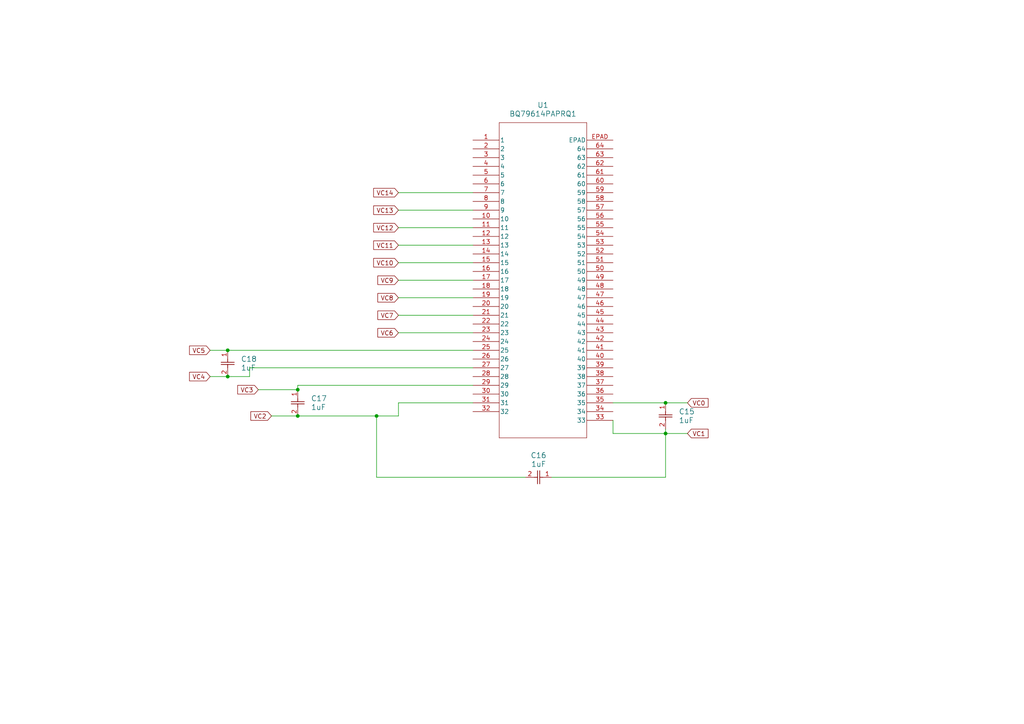
<source format=kicad_sch>
(kicad_sch
	(version 20231120)
	(generator "eeschema")
	(generator_version "8.0")
	(uuid "0a7b1266-c981-4611-9262-7be1f3620b40")
	(paper "A4")
	(lib_symbols
		(symbol "2024-09-23_21-40-18:BQ79614PAPRQ1"
			(pin_names
				(offset 0.254)
			)
			(exclude_from_sim no)
			(in_bom yes)
			(on_board yes)
			(property "Reference" "U"
				(at 20.32 10.16 0)
				(effects
					(font
						(size 1.524 1.524)
					)
				)
			)
			(property "Value" "BQ79614PAPRQ1"
				(at 20.32 7.62 0)
				(effects
					(font
						(size 1.524 1.524)
					)
				)
			)
			(property "Footprint" "QFP_4PAPRQ1_TEX"
				(at 0 0 0)
				(effects
					(font
						(size 1.27 1.27)
						(italic yes)
					)
					(hide yes)
				)
			)
			(property "Datasheet" "BQ79614PAPRQ1"
				(at 0 0 0)
				(effects
					(font
						(size 1.27 1.27)
						(italic yes)
					)
					(hide yes)
				)
			)
			(property "Description" ""
				(at 0 0 0)
				(effects
					(font
						(size 1.27 1.27)
					)
					(hide yes)
				)
			)
			(property "ki_locked" ""
				(at 0 0 0)
				(effects
					(font
						(size 1.27 1.27)
					)
				)
			)
			(property "ki_keywords" "BQ79614PAPRQ1"
				(at 0 0 0)
				(effects
					(font
						(size 1.27 1.27)
					)
					(hide yes)
				)
			)
			(property "ki_fp_filters" "QFP_4PAPRQ1_TEX QFP_4PAPRQ1_TEX-M QFP_4PAPRQ1_TEX-L"
				(at 0 0 0)
				(effects
					(font
						(size 1.27 1.27)
					)
					(hide yes)
				)
			)
			(symbol "BQ79614PAPRQ1_0_1"
				(polyline
					(pts
						(xy 7.62 -86.36) (xy 33.02 -86.36)
					)
					(stroke
						(width 0.127)
						(type default)
					)
					(fill
						(type none)
					)
				)
				(polyline
					(pts
						(xy 7.62 5.08) (xy 7.62 -86.36)
					)
					(stroke
						(width 0.127)
						(type default)
					)
					(fill
						(type none)
					)
				)
				(polyline
					(pts
						(xy 33.02 -86.36) (xy 33.02 5.08)
					)
					(stroke
						(width 0.127)
						(type default)
					)
					(fill
						(type none)
					)
				)
				(polyline
					(pts
						(xy 33.02 5.08) (xy 7.62 5.08)
					)
					(stroke
						(width 0.127)
						(type default)
					)
					(fill
						(type none)
					)
				)
				(pin unspecified line
					(at 0 0 0)
					(length 7.62)
					(name "1"
						(effects
							(font
								(size 1.27 1.27)
							)
						)
					)
					(number "1"
						(effects
							(font
								(size 1.27 1.27)
							)
						)
					)
				)
				(pin unspecified line
					(at 0 -22.86 0)
					(length 7.62)
					(name "10"
						(effects
							(font
								(size 1.27 1.27)
							)
						)
					)
					(number "10"
						(effects
							(font
								(size 1.27 1.27)
							)
						)
					)
				)
				(pin unspecified line
					(at 0 -25.4 0)
					(length 7.62)
					(name "11"
						(effects
							(font
								(size 1.27 1.27)
							)
						)
					)
					(number "11"
						(effects
							(font
								(size 1.27 1.27)
							)
						)
					)
				)
				(pin unspecified line
					(at 0 -27.94 0)
					(length 7.62)
					(name "12"
						(effects
							(font
								(size 1.27 1.27)
							)
						)
					)
					(number "12"
						(effects
							(font
								(size 1.27 1.27)
							)
						)
					)
				)
				(pin unspecified line
					(at 0 -30.48 0)
					(length 7.62)
					(name "13"
						(effects
							(font
								(size 1.27 1.27)
							)
						)
					)
					(number "13"
						(effects
							(font
								(size 1.27 1.27)
							)
						)
					)
				)
				(pin unspecified line
					(at 0 -33.02 0)
					(length 7.62)
					(name "14"
						(effects
							(font
								(size 1.27 1.27)
							)
						)
					)
					(number "14"
						(effects
							(font
								(size 1.27 1.27)
							)
						)
					)
				)
				(pin unspecified line
					(at 0 -35.56 0)
					(length 7.62)
					(name "15"
						(effects
							(font
								(size 1.27 1.27)
							)
						)
					)
					(number "15"
						(effects
							(font
								(size 1.27 1.27)
							)
						)
					)
				)
				(pin unspecified line
					(at 0 -38.1 0)
					(length 7.62)
					(name "16"
						(effects
							(font
								(size 1.27 1.27)
							)
						)
					)
					(number "16"
						(effects
							(font
								(size 1.27 1.27)
							)
						)
					)
				)
				(pin unspecified line
					(at 0 -40.64 0)
					(length 7.62)
					(name "17"
						(effects
							(font
								(size 1.27 1.27)
							)
						)
					)
					(number "17"
						(effects
							(font
								(size 1.27 1.27)
							)
						)
					)
				)
				(pin unspecified line
					(at 0 -43.18 0)
					(length 7.62)
					(name "18"
						(effects
							(font
								(size 1.27 1.27)
							)
						)
					)
					(number "18"
						(effects
							(font
								(size 1.27 1.27)
							)
						)
					)
				)
				(pin unspecified line
					(at 0 -45.72 0)
					(length 7.62)
					(name "19"
						(effects
							(font
								(size 1.27 1.27)
							)
						)
					)
					(number "19"
						(effects
							(font
								(size 1.27 1.27)
							)
						)
					)
				)
				(pin unspecified line
					(at 0 -2.54 0)
					(length 7.62)
					(name "2"
						(effects
							(font
								(size 1.27 1.27)
							)
						)
					)
					(number "2"
						(effects
							(font
								(size 1.27 1.27)
							)
						)
					)
				)
				(pin unspecified line
					(at 0 -48.26 0)
					(length 7.62)
					(name "20"
						(effects
							(font
								(size 1.27 1.27)
							)
						)
					)
					(number "20"
						(effects
							(font
								(size 1.27 1.27)
							)
						)
					)
				)
				(pin unspecified line
					(at 0 -50.8 0)
					(length 7.62)
					(name "21"
						(effects
							(font
								(size 1.27 1.27)
							)
						)
					)
					(number "21"
						(effects
							(font
								(size 1.27 1.27)
							)
						)
					)
				)
				(pin unspecified line
					(at 0 -53.34 0)
					(length 7.62)
					(name "22"
						(effects
							(font
								(size 1.27 1.27)
							)
						)
					)
					(number "22"
						(effects
							(font
								(size 1.27 1.27)
							)
						)
					)
				)
				(pin unspecified line
					(at 0 -55.88 0)
					(length 7.62)
					(name "23"
						(effects
							(font
								(size 1.27 1.27)
							)
						)
					)
					(number "23"
						(effects
							(font
								(size 1.27 1.27)
							)
						)
					)
				)
				(pin unspecified line
					(at 0 -58.42 0)
					(length 7.62)
					(name "24"
						(effects
							(font
								(size 1.27 1.27)
							)
						)
					)
					(number "24"
						(effects
							(font
								(size 1.27 1.27)
							)
						)
					)
				)
				(pin unspecified line
					(at 0 -60.96 0)
					(length 7.62)
					(name "25"
						(effects
							(font
								(size 1.27 1.27)
							)
						)
					)
					(number "25"
						(effects
							(font
								(size 1.27 1.27)
							)
						)
					)
				)
				(pin unspecified line
					(at 0 -63.5 0)
					(length 7.62)
					(name "26"
						(effects
							(font
								(size 1.27 1.27)
							)
						)
					)
					(number "26"
						(effects
							(font
								(size 1.27 1.27)
							)
						)
					)
				)
				(pin unspecified line
					(at 0 -66.04 0)
					(length 7.62)
					(name "27"
						(effects
							(font
								(size 1.27 1.27)
							)
						)
					)
					(number "27"
						(effects
							(font
								(size 1.27 1.27)
							)
						)
					)
				)
				(pin unspecified line
					(at 0 -68.58 0)
					(length 7.62)
					(name "28"
						(effects
							(font
								(size 1.27 1.27)
							)
						)
					)
					(number "28"
						(effects
							(font
								(size 1.27 1.27)
							)
						)
					)
				)
				(pin unspecified line
					(at 0 -71.12 0)
					(length 7.62)
					(name "29"
						(effects
							(font
								(size 1.27 1.27)
							)
						)
					)
					(number "29"
						(effects
							(font
								(size 1.27 1.27)
							)
						)
					)
				)
				(pin unspecified line
					(at 0 -5.08 0)
					(length 7.62)
					(name "3"
						(effects
							(font
								(size 1.27 1.27)
							)
						)
					)
					(number "3"
						(effects
							(font
								(size 1.27 1.27)
							)
						)
					)
				)
				(pin unspecified line
					(at 0 -73.66 0)
					(length 7.62)
					(name "30"
						(effects
							(font
								(size 1.27 1.27)
							)
						)
					)
					(number "30"
						(effects
							(font
								(size 1.27 1.27)
							)
						)
					)
				)
				(pin unspecified line
					(at 0 -76.2 0)
					(length 7.62)
					(name "31"
						(effects
							(font
								(size 1.27 1.27)
							)
						)
					)
					(number "31"
						(effects
							(font
								(size 1.27 1.27)
							)
						)
					)
				)
				(pin unspecified line
					(at 0 -78.74 0)
					(length 7.62)
					(name "32"
						(effects
							(font
								(size 1.27 1.27)
							)
						)
					)
					(number "32"
						(effects
							(font
								(size 1.27 1.27)
							)
						)
					)
				)
				(pin unspecified line
					(at 40.64 -81.28 180)
					(length 7.62)
					(name "33"
						(effects
							(font
								(size 1.27 1.27)
							)
						)
					)
					(number "33"
						(effects
							(font
								(size 1.27 1.27)
							)
						)
					)
				)
				(pin unspecified line
					(at 40.64 -78.74 180)
					(length 7.62)
					(name "34"
						(effects
							(font
								(size 1.27 1.27)
							)
						)
					)
					(number "34"
						(effects
							(font
								(size 1.27 1.27)
							)
						)
					)
				)
				(pin unspecified line
					(at 40.64 -76.2 180)
					(length 7.62)
					(name "35"
						(effects
							(font
								(size 1.27 1.27)
							)
						)
					)
					(number "35"
						(effects
							(font
								(size 1.27 1.27)
							)
						)
					)
				)
				(pin unspecified line
					(at 40.64 -73.66 180)
					(length 7.62)
					(name "36"
						(effects
							(font
								(size 1.27 1.27)
							)
						)
					)
					(number "36"
						(effects
							(font
								(size 1.27 1.27)
							)
						)
					)
				)
				(pin unspecified line
					(at 40.64 -71.12 180)
					(length 7.62)
					(name "37"
						(effects
							(font
								(size 1.27 1.27)
							)
						)
					)
					(number "37"
						(effects
							(font
								(size 1.27 1.27)
							)
						)
					)
				)
				(pin unspecified line
					(at 40.64 -68.58 180)
					(length 7.62)
					(name "38"
						(effects
							(font
								(size 1.27 1.27)
							)
						)
					)
					(number "38"
						(effects
							(font
								(size 1.27 1.27)
							)
						)
					)
				)
				(pin unspecified line
					(at 40.64 -66.04 180)
					(length 7.62)
					(name "39"
						(effects
							(font
								(size 1.27 1.27)
							)
						)
					)
					(number "39"
						(effects
							(font
								(size 1.27 1.27)
							)
						)
					)
				)
				(pin unspecified line
					(at 0 -7.62 0)
					(length 7.62)
					(name "4"
						(effects
							(font
								(size 1.27 1.27)
							)
						)
					)
					(number "4"
						(effects
							(font
								(size 1.27 1.27)
							)
						)
					)
				)
				(pin unspecified line
					(at 40.64 -63.5 180)
					(length 7.62)
					(name "40"
						(effects
							(font
								(size 1.27 1.27)
							)
						)
					)
					(number "40"
						(effects
							(font
								(size 1.27 1.27)
							)
						)
					)
				)
				(pin unspecified line
					(at 40.64 -60.96 180)
					(length 7.62)
					(name "41"
						(effects
							(font
								(size 1.27 1.27)
							)
						)
					)
					(number "41"
						(effects
							(font
								(size 1.27 1.27)
							)
						)
					)
				)
				(pin unspecified line
					(at 40.64 -58.42 180)
					(length 7.62)
					(name "42"
						(effects
							(font
								(size 1.27 1.27)
							)
						)
					)
					(number "42"
						(effects
							(font
								(size 1.27 1.27)
							)
						)
					)
				)
				(pin unspecified line
					(at 40.64 -55.88 180)
					(length 7.62)
					(name "43"
						(effects
							(font
								(size 1.27 1.27)
							)
						)
					)
					(number "43"
						(effects
							(font
								(size 1.27 1.27)
							)
						)
					)
				)
				(pin unspecified line
					(at 40.64 -53.34 180)
					(length 7.62)
					(name "44"
						(effects
							(font
								(size 1.27 1.27)
							)
						)
					)
					(number "44"
						(effects
							(font
								(size 1.27 1.27)
							)
						)
					)
				)
				(pin unspecified line
					(at 40.64 -50.8 180)
					(length 7.62)
					(name "45"
						(effects
							(font
								(size 1.27 1.27)
							)
						)
					)
					(number "45"
						(effects
							(font
								(size 1.27 1.27)
							)
						)
					)
				)
				(pin unspecified line
					(at 40.64 -48.26 180)
					(length 7.62)
					(name "46"
						(effects
							(font
								(size 1.27 1.27)
							)
						)
					)
					(number "46"
						(effects
							(font
								(size 1.27 1.27)
							)
						)
					)
				)
				(pin unspecified line
					(at 40.64 -45.72 180)
					(length 7.62)
					(name "47"
						(effects
							(font
								(size 1.27 1.27)
							)
						)
					)
					(number "47"
						(effects
							(font
								(size 1.27 1.27)
							)
						)
					)
				)
				(pin unspecified line
					(at 40.64 -43.18 180)
					(length 7.62)
					(name "48"
						(effects
							(font
								(size 1.27 1.27)
							)
						)
					)
					(number "48"
						(effects
							(font
								(size 1.27 1.27)
							)
						)
					)
				)
				(pin unspecified line
					(at 40.64 -40.64 180)
					(length 7.62)
					(name "49"
						(effects
							(font
								(size 1.27 1.27)
							)
						)
					)
					(number "49"
						(effects
							(font
								(size 1.27 1.27)
							)
						)
					)
				)
				(pin unspecified line
					(at 0 -10.16 0)
					(length 7.62)
					(name "5"
						(effects
							(font
								(size 1.27 1.27)
							)
						)
					)
					(number "5"
						(effects
							(font
								(size 1.27 1.27)
							)
						)
					)
				)
				(pin unspecified line
					(at 40.64 -38.1 180)
					(length 7.62)
					(name "50"
						(effects
							(font
								(size 1.27 1.27)
							)
						)
					)
					(number "50"
						(effects
							(font
								(size 1.27 1.27)
							)
						)
					)
				)
				(pin unspecified line
					(at 40.64 -35.56 180)
					(length 7.62)
					(name "51"
						(effects
							(font
								(size 1.27 1.27)
							)
						)
					)
					(number "51"
						(effects
							(font
								(size 1.27 1.27)
							)
						)
					)
				)
				(pin unspecified line
					(at 40.64 -33.02 180)
					(length 7.62)
					(name "52"
						(effects
							(font
								(size 1.27 1.27)
							)
						)
					)
					(number "52"
						(effects
							(font
								(size 1.27 1.27)
							)
						)
					)
				)
				(pin unspecified line
					(at 40.64 -30.48 180)
					(length 7.62)
					(name "53"
						(effects
							(font
								(size 1.27 1.27)
							)
						)
					)
					(number "53"
						(effects
							(font
								(size 1.27 1.27)
							)
						)
					)
				)
				(pin unspecified line
					(at 40.64 -27.94 180)
					(length 7.62)
					(name "54"
						(effects
							(font
								(size 1.27 1.27)
							)
						)
					)
					(number "54"
						(effects
							(font
								(size 1.27 1.27)
							)
						)
					)
				)
				(pin unspecified line
					(at 40.64 -25.4 180)
					(length 7.62)
					(name "55"
						(effects
							(font
								(size 1.27 1.27)
							)
						)
					)
					(number "55"
						(effects
							(font
								(size 1.27 1.27)
							)
						)
					)
				)
				(pin unspecified line
					(at 40.64 -22.86 180)
					(length 7.62)
					(name "56"
						(effects
							(font
								(size 1.27 1.27)
							)
						)
					)
					(number "56"
						(effects
							(font
								(size 1.27 1.27)
							)
						)
					)
				)
				(pin unspecified line
					(at 40.64 -20.32 180)
					(length 7.62)
					(name "57"
						(effects
							(font
								(size 1.27 1.27)
							)
						)
					)
					(number "57"
						(effects
							(font
								(size 1.27 1.27)
							)
						)
					)
				)
				(pin unspecified line
					(at 40.64 -17.78 180)
					(length 7.62)
					(name "58"
						(effects
							(font
								(size 1.27 1.27)
							)
						)
					)
					(number "58"
						(effects
							(font
								(size 1.27 1.27)
							)
						)
					)
				)
				(pin unspecified line
					(at 40.64 -15.24 180)
					(length 7.62)
					(name "59"
						(effects
							(font
								(size 1.27 1.27)
							)
						)
					)
					(number "59"
						(effects
							(font
								(size 1.27 1.27)
							)
						)
					)
				)
				(pin unspecified line
					(at 0 -12.7 0)
					(length 7.62)
					(name "6"
						(effects
							(font
								(size 1.27 1.27)
							)
						)
					)
					(number "6"
						(effects
							(font
								(size 1.27 1.27)
							)
						)
					)
				)
				(pin unspecified line
					(at 40.64 -12.7 180)
					(length 7.62)
					(name "60"
						(effects
							(font
								(size 1.27 1.27)
							)
						)
					)
					(number "60"
						(effects
							(font
								(size 1.27 1.27)
							)
						)
					)
				)
				(pin unspecified line
					(at 40.64 -10.16 180)
					(length 7.62)
					(name "61"
						(effects
							(font
								(size 1.27 1.27)
							)
						)
					)
					(number "61"
						(effects
							(font
								(size 1.27 1.27)
							)
						)
					)
				)
				(pin unspecified line
					(at 40.64 -7.62 180)
					(length 7.62)
					(name "62"
						(effects
							(font
								(size 1.27 1.27)
							)
						)
					)
					(number "62"
						(effects
							(font
								(size 1.27 1.27)
							)
						)
					)
				)
				(pin unspecified line
					(at 40.64 -5.08 180)
					(length 7.62)
					(name "63"
						(effects
							(font
								(size 1.27 1.27)
							)
						)
					)
					(number "63"
						(effects
							(font
								(size 1.27 1.27)
							)
						)
					)
				)
				(pin unspecified line
					(at 40.64 -2.54 180)
					(length 7.62)
					(name "64"
						(effects
							(font
								(size 1.27 1.27)
							)
						)
					)
					(number "64"
						(effects
							(font
								(size 1.27 1.27)
							)
						)
					)
				)
				(pin unspecified line
					(at 0 -15.24 0)
					(length 7.62)
					(name "7"
						(effects
							(font
								(size 1.27 1.27)
							)
						)
					)
					(number "7"
						(effects
							(font
								(size 1.27 1.27)
							)
						)
					)
				)
				(pin unspecified line
					(at 0 -17.78 0)
					(length 7.62)
					(name "8"
						(effects
							(font
								(size 1.27 1.27)
							)
						)
					)
					(number "8"
						(effects
							(font
								(size 1.27 1.27)
							)
						)
					)
				)
				(pin unspecified line
					(at 0 -20.32 0)
					(length 7.62)
					(name "9"
						(effects
							(font
								(size 1.27 1.27)
							)
						)
					)
					(number "9"
						(effects
							(font
								(size 1.27 1.27)
							)
						)
					)
				)
				(pin unspecified line
					(at 40.64 0 180)
					(length 7.62)
					(name "EPAD"
						(effects
							(font
								(size 1.27 1.27)
							)
						)
					)
					(number "EPAD"
						(effects
							(font
								(size 1.27 1.27)
							)
						)
					)
				)
			)
		)
		(symbol "2024-10-01_14-56-27:CC0603KRX7R7BB105"
			(pin_names
				(offset 0.254)
			)
			(exclude_from_sim no)
			(in_bom yes)
			(on_board yes)
			(property "Reference" "C"
				(at 3.81 3.81 0)
				(effects
					(font
						(size 1.524 1.524)
					)
				)
			)
			(property "Value" "CC0603KRX7R7BB105"
				(at 3.81 -3.81 0)
				(effects
					(font
						(size 1.524 1.524)
					)
				)
			)
			(property "Footprint" "YAG_CC0603_YAG"
				(at 0 0 0)
				(effects
					(font
						(size 1.27 1.27)
						(italic yes)
					)
					(hide yes)
				)
			)
			(property "Datasheet" "CC0603KRX7R7BB105"
				(at 0 0 0)
				(effects
					(font
						(size 1.27 1.27)
						(italic yes)
					)
					(hide yes)
				)
			)
			(property "Description" ""
				(at 0 0 0)
				(effects
					(font
						(size 1.27 1.27)
					)
					(hide yes)
				)
			)
			(property "ki_locked" ""
				(at 0 0 0)
				(effects
					(font
						(size 1.27 1.27)
					)
				)
			)
			(property "ki_keywords" "CC0603KRX7R7BB105"
				(at 0 0 0)
				(effects
					(font
						(size 1.27 1.27)
					)
					(hide yes)
				)
			)
			(property "ki_fp_filters" "YAG_CC0603_YAG YAG_CC0603_YAG-M YAG_CC0603_YAG-L"
				(at 0 0 0)
				(effects
					(font
						(size 1.27 1.27)
					)
					(hide yes)
				)
			)
			(symbol "CC0603KRX7R7BB105_1_1"
				(polyline
					(pts
						(xy 2.54 0) (xy 3.4798 0)
					)
					(stroke
						(width 0.2032)
						(type default)
					)
					(fill
						(type none)
					)
				)
				(polyline
					(pts
						(xy 3.4798 -1.905) (xy 3.4798 1.905)
					)
					(stroke
						(width 0.2032)
						(type default)
					)
					(fill
						(type none)
					)
				)
				(polyline
					(pts
						(xy 4.1148 -1.905) (xy 4.1148 1.905)
					)
					(stroke
						(width 0.2032)
						(type default)
					)
					(fill
						(type none)
					)
				)
				(polyline
					(pts
						(xy 4.1148 0) (xy 5.08 0)
					)
					(stroke
						(width 0.2032)
						(type default)
					)
					(fill
						(type none)
					)
				)
				(pin unspecified line
					(at 0 0 0)
					(length 2.54)
					(name ""
						(effects
							(font
								(size 1.27 1.27)
							)
						)
					)
					(number "1"
						(effects
							(font
								(size 1.27 1.27)
							)
						)
					)
				)
				(pin unspecified line
					(at 7.62 0 180)
					(length 2.54)
					(name ""
						(effects
							(font
								(size 1.27 1.27)
							)
						)
					)
					(number "2"
						(effects
							(font
								(size 1.27 1.27)
							)
						)
					)
				)
			)
			(symbol "CC0603KRX7R7BB105_1_2"
				(polyline
					(pts
						(xy -1.905 -4.1148) (xy 1.905 -4.1148)
					)
					(stroke
						(width 0.2032)
						(type default)
					)
					(fill
						(type none)
					)
				)
				(polyline
					(pts
						(xy -1.905 -3.4798) (xy 1.905 -3.4798)
					)
					(stroke
						(width 0.2032)
						(type default)
					)
					(fill
						(type none)
					)
				)
				(polyline
					(pts
						(xy 0 -4.1148) (xy 0 -5.08)
					)
					(stroke
						(width 0.2032)
						(type default)
					)
					(fill
						(type none)
					)
				)
				(polyline
					(pts
						(xy 0 -2.54) (xy 0 -3.4798)
					)
					(stroke
						(width 0.2032)
						(type default)
					)
					(fill
						(type none)
					)
				)
				(pin unspecified line
					(at 0 0 270)
					(length 2.54)
					(name ""
						(effects
							(font
								(size 1.27 1.27)
							)
						)
					)
					(number "1"
						(effects
							(font
								(size 1.27 1.27)
							)
						)
					)
				)
				(pin unspecified line
					(at 0 -7.62 90)
					(length 2.54)
					(name ""
						(effects
							(font
								(size 1.27 1.27)
							)
						)
					)
					(number "2"
						(effects
							(font
								(size 1.27 1.27)
							)
						)
					)
				)
			)
		)
	)
	(junction
		(at 109.22 120.65)
		(diameter 0)
		(color 0 0 0 0)
		(uuid "035ec634-9f77-4bb3-92c5-164508af6da9")
	)
	(junction
		(at 86.36 113.03)
		(diameter 0)
		(color 0 0 0 0)
		(uuid "08ff3891-a210-4f09-b410-6bb1f6d8bd0c")
	)
	(junction
		(at 193.04 125.73)
		(diameter 0)
		(color 0 0 0 0)
		(uuid "2fa5f981-842f-4e1f-bb95-6b8f574ffd97")
	)
	(junction
		(at 66.04 109.22)
		(diameter 0)
		(color 0 0 0 0)
		(uuid "7d6f357a-d9be-46b4-aefe-3c3625af14e5")
	)
	(junction
		(at 66.04 101.6)
		(diameter 0)
		(color 0 0 0 0)
		(uuid "bd76dade-5110-462d-bf20-19f3f70e7066")
	)
	(junction
		(at 193.04 116.84)
		(diameter 0)
		(color 0 0 0 0)
		(uuid "d7cfefdc-5f34-4b01-8e7c-2418488fc54d")
	)
	(junction
		(at 86.36 120.65)
		(diameter 0)
		(color 0 0 0 0)
		(uuid "eb7d1500-50b7-4b65-b5a7-a2177b830614")
	)
	(wire
		(pts
			(xy 152.4 138.43) (xy 109.22 138.43)
		)
		(stroke
			(width 0)
			(type default)
		)
		(uuid "00b3bbe7-d54a-44d0-910c-3313dedde9f7")
	)
	(wire
		(pts
			(xy 115.57 55.88) (xy 137.16 55.88)
		)
		(stroke
			(width 0)
			(type default)
		)
		(uuid "00d6fb29-b783-4ae4-98f9-a2b27d2e89a5")
	)
	(wire
		(pts
			(xy 115.57 81.28) (xy 137.16 81.28)
		)
		(stroke
			(width 0)
			(type default)
		)
		(uuid "025ff703-82fc-4b6c-b7bb-0c57a9058cc1")
	)
	(wire
		(pts
			(xy 193.04 116.84) (xy 199.39 116.84)
		)
		(stroke
			(width 0)
			(type default)
		)
		(uuid "06773502-cf62-48b7-87e7-2cc60c83481b")
	)
	(wire
		(pts
			(xy 60.96 101.6) (xy 66.04 101.6)
		)
		(stroke
			(width 0)
			(type default)
		)
		(uuid "0e398cf4-931e-4418-8b81-7b06c0bdfe72")
	)
	(wire
		(pts
			(xy 78.74 120.65) (xy 86.36 120.65)
		)
		(stroke
			(width 0)
			(type default)
		)
		(uuid "128fc77d-e4d0-4e1a-8939-d80e3f18b6e7")
	)
	(wire
		(pts
			(xy 86.36 111.76) (xy 137.16 111.76)
		)
		(stroke
			(width 0)
			(type default)
		)
		(uuid "163e9704-6561-4075-9e02-28aa9e99c630")
	)
	(wire
		(pts
			(xy 177.8 121.92) (xy 177.8 125.73)
		)
		(stroke
			(width 0)
			(type default)
		)
		(uuid "2f4f8726-1e26-4e0f-a20a-a0ed70852189")
	)
	(wire
		(pts
			(xy 109.22 120.65) (xy 115.57 120.65)
		)
		(stroke
			(width 0)
			(type default)
		)
		(uuid "3199a190-4d3f-4c1e-802a-f44f9aa925b5")
	)
	(wire
		(pts
			(xy 86.36 120.65) (xy 109.22 120.65)
		)
		(stroke
			(width 0)
			(type default)
		)
		(uuid "41606870-af63-494a-931f-49be53f10539")
	)
	(wire
		(pts
			(xy 60.96 109.22) (xy 66.04 109.22)
		)
		(stroke
			(width 0)
			(type default)
		)
		(uuid "47d93ce5-c17d-415f-806a-8571f634e4c5")
	)
	(wire
		(pts
			(xy 115.57 96.52) (xy 137.16 96.52)
		)
		(stroke
			(width 0)
			(type default)
		)
		(uuid "492b08ba-d4cb-459d-afd5-a646b79e5a74")
	)
	(wire
		(pts
			(xy 115.57 91.44) (xy 137.16 91.44)
		)
		(stroke
			(width 0)
			(type default)
		)
		(uuid "4f0e625c-863a-43ed-bca8-67738ac81ed6")
	)
	(wire
		(pts
			(xy 115.57 120.65) (xy 115.57 116.84)
		)
		(stroke
			(width 0)
			(type default)
		)
		(uuid "5223b104-c648-4109-8a38-cd8184e56e55")
	)
	(wire
		(pts
			(xy 72.39 109.22) (xy 72.39 106.68)
		)
		(stroke
			(width 0)
			(type default)
		)
		(uuid "6ed2cf25-2812-4e07-b581-560d8930a41c")
	)
	(wire
		(pts
			(xy 160.02 138.43) (xy 193.04 138.43)
		)
		(stroke
			(width 0)
			(type default)
		)
		(uuid "77e376a4-8a94-450b-9fc9-c2dc3a8004ca")
	)
	(wire
		(pts
			(xy 109.22 138.43) (xy 109.22 120.65)
		)
		(stroke
			(width 0)
			(type default)
		)
		(uuid "839fe2fd-2539-4b96-baa2-d8e664641ccd")
	)
	(wire
		(pts
			(xy 66.04 101.6) (xy 137.16 101.6)
		)
		(stroke
			(width 0)
			(type default)
		)
		(uuid "848b7d4f-5e5c-4ed9-a249-0b2eb59a7ffe")
	)
	(wire
		(pts
			(xy 115.57 116.84) (xy 137.16 116.84)
		)
		(stroke
			(width 0)
			(type default)
		)
		(uuid "8766a259-cbde-457c-9f0b-d30958735379")
	)
	(wire
		(pts
			(xy 115.57 71.12) (xy 137.16 71.12)
		)
		(stroke
			(width 0)
			(type default)
		)
		(uuid "88b4c9c7-4641-4849-af59-20e834874558")
	)
	(wire
		(pts
			(xy 115.57 60.96) (xy 137.16 60.96)
		)
		(stroke
			(width 0)
			(type default)
		)
		(uuid "8d88b907-fe71-4bc6-9e4b-d0ce5b9e75e1")
	)
	(wire
		(pts
			(xy 177.8 125.73) (xy 193.04 125.73)
		)
		(stroke
			(width 0)
			(type default)
		)
		(uuid "90e59e89-f573-4359-bca2-7d47f1b6bc2a")
	)
	(wire
		(pts
			(xy 74.93 113.03) (xy 86.36 113.03)
		)
		(stroke
			(width 0)
			(type default)
		)
		(uuid "9d7af4da-57e3-4441-b292-51d6b08cc0f9")
	)
	(wire
		(pts
			(xy 66.04 109.22) (xy 72.39 109.22)
		)
		(stroke
			(width 0)
			(type default)
		)
		(uuid "a03bcd71-c4c0-4038-b885-2942ecface85")
	)
	(wire
		(pts
			(xy 115.57 66.04) (xy 137.16 66.04)
		)
		(stroke
			(width 0)
			(type default)
		)
		(uuid "b7a9aa3b-cc03-412c-ba2e-14d3485d9036")
	)
	(wire
		(pts
			(xy 115.57 86.36) (xy 137.16 86.36)
		)
		(stroke
			(width 0)
			(type default)
		)
		(uuid "b9579257-0358-4c29-a4f5-b53acc8e1059")
	)
	(wire
		(pts
			(xy 86.36 111.76) (xy 86.36 113.03)
		)
		(stroke
			(width 0)
			(type default)
		)
		(uuid "badca9cc-0bea-48f4-824e-a85066e28299")
	)
	(wire
		(pts
			(xy 193.04 125.73) (xy 199.39 125.73)
		)
		(stroke
			(width 0)
			(type default)
		)
		(uuid "c7f943af-03c8-4552-a5c7-7ec64039e105")
	)
	(wire
		(pts
			(xy 177.8 116.84) (xy 193.04 116.84)
		)
		(stroke
			(width 0)
			(type default)
		)
		(uuid "c926112b-a982-4547-9081-847c943f17bc")
	)
	(wire
		(pts
			(xy 193.04 124.46) (xy 193.04 125.73)
		)
		(stroke
			(width 0)
			(type default)
		)
		(uuid "d5854299-cb6c-4729-9712-351ed91cda59")
	)
	(wire
		(pts
			(xy 72.39 106.68) (xy 137.16 106.68)
		)
		(stroke
			(width 0)
			(type default)
		)
		(uuid "df59bf19-5a3c-4958-a3b1-252f053ce653")
	)
	(wire
		(pts
			(xy 193.04 138.43) (xy 193.04 125.73)
		)
		(stroke
			(width 0)
			(type default)
		)
		(uuid "f1f75af2-94a6-4b9b-9ca1-64e3fee16dfb")
	)
	(wire
		(pts
			(xy 115.57 76.2) (xy 137.16 76.2)
		)
		(stroke
			(width 0)
			(type default)
		)
		(uuid "f85021ac-4766-4941-b3b7-1b09d5a9a1c7")
	)
	(global_label "VC8"
		(shape input)
		(at 115.57 86.36 180)
		(fields_autoplaced yes)
		(effects
			(font
				(size 1.27 1.27)
			)
			(justify right)
		)
		(uuid "3938d8fd-71bb-4d3a-879b-358fcf05c0a8")
		(property "Intersheetrefs" "${INTERSHEET_REFS}"
			(at 109.0167 86.36 0)
			(effects
				(font
					(size 1.27 1.27)
				)
				(justify right)
				(hide yes)
			)
		)
	)
	(global_label "VC11"
		(shape input)
		(at 115.57 71.12 180)
		(fields_autoplaced yes)
		(effects
			(font
				(size 1.27 1.27)
			)
			(justify right)
		)
		(uuid "3cb9fb5f-0dc3-4018-a911-2e0e34b12d5a")
		(property "Intersheetrefs" "${INTERSHEET_REFS}"
			(at 107.8072 71.12 0)
			(effects
				(font
					(size 1.27 1.27)
				)
				(justify right)
				(hide yes)
			)
		)
	)
	(global_label "VC10"
		(shape input)
		(at 115.57 76.2 180)
		(fields_autoplaced yes)
		(effects
			(font
				(size 1.27 1.27)
			)
			(justify right)
		)
		(uuid "45f1ec01-b5cb-40a4-9698-41c354103301")
		(property "Intersheetrefs" "${INTERSHEET_REFS}"
			(at 107.8072 76.2 0)
			(effects
				(font
					(size 1.27 1.27)
				)
				(justify right)
				(hide yes)
			)
		)
	)
	(global_label "VC7"
		(shape input)
		(at 115.57 91.44 180)
		(fields_autoplaced yes)
		(effects
			(font
				(size 1.27 1.27)
			)
			(justify right)
		)
		(uuid "463876d1-27c9-4a6e-a124-e2c1291eb8a9")
		(property "Intersheetrefs" "${INTERSHEET_REFS}"
			(at 109.0167 91.44 0)
			(effects
				(font
					(size 1.27 1.27)
				)
				(justify right)
				(hide yes)
			)
		)
	)
	(global_label "VC0"
		(shape input)
		(at 199.39 116.84 0)
		(fields_autoplaced yes)
		(effects
			(font
				(size 1.27 1.27)
			)
			(justify left)
		)
		(uuid "49897cda-d37c-4105-be7c-1a76ae895ea1")
		(property "Intersheetrefs" "${INTERSHEET_REFS}"
			(at 205.9433 116.84 0)
			(effects
				(font
					(size 1.27 1.27)
				)
				(justify left)
				(hide yes)
			)
		)
	)
	(global_label "VC14"
		(shape input)
		(at 115.57 55.88 180)
		(fields_autoplaced yes)
		(effects
			(font
				(size 1.27 1.27)
			)
			(justify right)
		)
		(uuid "5031cd3f-bc41-4918-935c-c1b42b7fd0c9")
		(property "Intersheetrefs" "${INTERSHEET_REFS}"
			(at 107.8072 55.88 0)
			(effects
				(font
					(size 1.27 1.27)
				)
				(justify right)
				(hide yes)
			)
		)
	)
	(global_label "VC13"
		(shape input)
		(at 115.57 60.96 180)
		(fields_autoplaced yes)
		(effects
			(font
				(size 1.27 1.27)
			)
			(justify right)
		)
		(uuid "5ffe007a-17cd-42e0-a19f-e1198c3cb1ab")
		(property "Intersheetrefs" "${INTERSHEET_REFS}"
			(at 107.8072 60.96 0)
			(effects
				(font
					(size 1.27 1.27)
				)
				(justify right)
				(hide yes)
			)
		)
	)
	(global_label "VC1"
		(shape input)
		(at 199.39 125.73 0)
		(fields_autoplaced yes)
		(effects
			(font
				(size 1.27 1.27)
			)
			(justify left)
		)
		(uuid "815f3433-076e-4d2b-ae52-293c21ae172d")
		(property "Intersheetrefs" "${INTERSHEET_REFS}"
			(at 205.9433 125.73 0)
			(effects
				(font
					(size 1.27 1.27)
				)
				(justify left)
				(hide yes)
			)
		)
	)
	(global_label "VC12"
		(shape input)
		(at 115.57 66.04 180)
		(fields_autoplaced yes)
		(effects
			(font
				(size 1.27 1.27)
			)
			(justify right)
		)
		(uuid "81da0aa9-4e54-497d-a265-fe18619d0750")
		(property "Intersheetrefs" "${INTERSHEET_REFS}"
			(at 107.8072 66.04 0)
			(effects
				(font
					(size 1.27 1.27)
				)
				(justify right)
				(hide yes)
			)
		)
	)
	(global_label "VC5"
		(shape input)
		(at 60.96 101.6 180)
		(fields_autoplaced yes)
		(effects
			(font
				(size 1.27 1.27)
			)
			(justify right)
		)
		(uuid "9a493642-d1a1-4812-a67b-9a3a9d5b288e")
		(property "Intersheetrefs" "${INTERSHEET_REFS}"
			(at 54.4067 101.6 0)
			(effects
				(font
					(size 1.27 1.27)
				)
				(justify right)
				(hide yes)
			)
		)
	)
	(global_label "VC3"
		(shape input)
		(at 74.93 113.03 180)
		(fields_autoplaced yes)
		(effects
			(font
				(size 1.27 1.27)
			)
			(justify right)
		)
		(uuid "add75b9d-b0e1-439c-a79c-4c34f1c39648")
		(property "Intersheetrefs" "${INTERSHEET_REFS}"
			(at 68.3767 113.03 0)
			(effects
				(font
					(size 1.27 1.27)
				)
				(justify right)
				(hide yes)
			)
		)
	)
	(global_label "VC6"
		(shape input)
		(at 115.57 96.52 180)
		(fields_autoplaced yes)
		(effects
			(font
				(size 1.27 1.27)
			)
			(justify right)
		)
		(uuid "d23d8946-0c94-40d8-9112-ebfb22f50c09")
		(property "Intersheetrefs" "${INTERSHEET_REFS}"
			(at 109.0167 96.52 0)
			(effects
				(font
					(size 1.27 1.27)
				)
				(justify right)
				(hide yes)
			)
		)
	)
	(global_label "VC2"
		(shape input)
		(at 78.74 120.65 180)
		(fields_autoplaced yes)
		(effects
			(font
				(size 1.27 1.27)
			)
			(justify right)
		)
		(uuid "e2a338c8-6333-46d5-834a-634eb525b60b")
		(property "Intersheetrefs" "${INTERSHEET_REFS}"
			(at 72.1867 120.65 0)
			(effects
				(font
					(size 1.27 1.27)
				)
				(justify right)
				(hide yes)
			)
		)
	)
	(global_label "VC4"
		(shape input)
		(at 60.96 109.22 180)
		(fields_autoplaced yes)
		(effects
			(font
				(size 1.27 1.27)
			)
			(justify right)
		)
		(uuid "ed565351-9f13-4921-adc0-76f39730690c")
		(property "Intersheetrefs" "${INTERSHEET_REFS}"
			(at 54.4067 109.22 0)
			(effects
				(font
					(size 1.27 1.27)
				)
				(justify right)
				(hide yes)
			)
		)
	)
	(global_label "VC9"
		(shape input)
		(at 115.57 81.28 180)
		(fields_autoplaced yes)
		(effects
			(font
				(size 1.27 1.27)
			)
			(justify right)
		)
		(uuid "f7789031-5860-4ca1-901b-d2af9a5452d7")
		(property "Intersheetrefs" "${INTERSHEET_REFS}"
			(at 109.0167 81.28 0)
			(effects
				(font
					(size 1.27 1.27)
				)
				(justify right)
				(hide yes)
			)
		)
	)
	(symbol
		(lib_id "2024-10-01_14-56-27:CC0603KRX7R7BB105")
		(at 160.02 138.43 180)
		(unit 1)
		(exclude_from_sim no)
		(in_bom yes)
		(on_board yes)
		(dnp no)
		(fields_autoplaced yes)
		(uuid "30888d9a-a5e3-4a87-aa95-28725d620707")
		(property "Reference" "C16"
			(at 156.21 132.08 0)
			(effects
				(font
					(size 1.524 1.524)
				)
			)
		)
		(property "Value" "1uF"
			(at 156.21 134.62 0)
			(effects
				(font
					(size 1.524 1.524)
				)
			)
		)
		(property "Footprint" "YAG_CC0603_YAG"
			(at 160.02 138.43 0)
			(effects
				(font
					(size 1.27 1.27)
					(italic yes)
				)
				(hide yes)
			)
		)
		(property "Datasheet" "CC0603KRX7R7BB105"
			(at 160.02 138.43 0)
			(effects
				(font
					(size 1.27 1.27)
					(italic yes)
				)
				(hide yes)
			)
		)
		(property "Description" ""
			(at 160.02 138.43 0)
			(effects
				(font
					(size 1.27 1.27)
				)
				(hide yes)
			)
		)
		(pin "2"
			(uuid "47170e61-ca5b-420c-9ef4-3b3909f9e9cd")
		)
		(pin "1"
			(uuid "1dfb6d28-4a8c-42a2-8c22-3f7ae2d8245f")
		)
		(instances
			(project "Project63_BMS_DaughterBoard"
				(path "/325b096d-8e4c-4cdc-b4c5-634ea5e73c60/8ffa0956-e90f-44b3-af43-d8470a47be31"
					(reference "C16")
					(unit 1)
				)
			)
		)
	)
	(symbol
		(lib_id "2024-09-23_21-40-18:BQ79614PAPRQ1")
		(at 137.16 40.64 0)
		(unit 1)
		(exclude_from_sim no)
		(in_bom yes)
		(on_board yes)
		(dnp no)
		(fields_autoplaced yes)
		(uuid "39f4dd1e-3538-4644-80c3-8182115016a3")
		(property "Reference" "U1"
			(at 157.48 30.48 0)
			(effects
				(font
					(size 1.524 1.524)
				)
			)
		)
		(property "Value" "BQ79614PAPRQ1"
			(at 157.48 33.02 0)
			(effects
				(font
					(size 1.524 1.524)
				)
			)
		)
		(property "Footprint" "QFP_4PAPRQ1_TEX"
			(at 137.16 40.64 0)
			(effects
				(font
					(size 1.27 1.27)
					(italic yes)
				)
				(hide yes)
			)
		)
		(property "Datasheet" "BQ79614PAPRQ1"
			(at 137.16 40.64 0)
			(effects
				(font
					(size 1.27 1.27)
					(italic yes)
				)
				(hide yes)
			)
		)
		(property "Description" ""
			(at 137.16 40.64 0)
			(effects
				(font
					(size 1.27 1.27)
				)
				(hide yes)
			)
		)
		(pin "51"
			(uuid "5775af2b-98a5-4856-8699-68d6a858273e")
		)
		(pin "64"
			(uuid "ede659ce-af8c-4dbb-abe1-3032c07ae91a")
		)
		(pin "8"
			(uuid "78ec14f9-b1e1-4074-a8e8-cc3a71a8a834")
		)
		(pin "2"
			(uuid "25019a82-1226-40b9-bb0f-58f489beb536")
		)
		(pin "28"
			(uuid "13da9554-8557-4ba7-9e06-92242fe4eb6d")
		)
		(pin "50"
			(uuid "39133597-3610-4879-a845-d110721ef76a")
		)
		(pin "10"
			(uuid "9abf36f0-c33b-49f0-b4da-8b59b2920ea8")
		)
		(pin "12"
			(uuid "5f24a6c9-a0b2-42ea-b800-ea94b2cfc453")
		)
		(pin "44"
			(uuid "f7b678b2-45a8-471b-9748-a42a85c4fbec")
		)
		(pin "23"
			(uuid "a19b9d41-c239-492d-989e-38ea41abc72f")
		)
		(pin "1"
			(uuid "d0b5ce1e-1a82-4de9-8689-2f8fbff764c7")
		)
		(pin "30"
			(uuid "9853c260-8882-464d-9ca4-744a282dc305")
		)
		(pin "39"
			(uuid "60fe0d99-3659-4038-998a-590fe6cf204d")
		)
		(pin "34"
			(uuid "33593eb6-4e3c-47dc-9565-2a3e6bda36fc")
		)
		(pin "4"
			(uuid "76f832a7-85f3-475d-8fbf-572f67b74793")
		)
		(pin "33"
			(uuid "54a98975-0128-40fa-a55f-48bf8b1419d9")
		)
		(pin "22"
			(uuid "b806ce6c-92f2-47c5-a784-5dcccb866092")
		)
		(pin "43"
			(uuid "e49e2a41-8ef6-4cdd-9c2c-8b8114d1e510")
		)
		(pin "19"
			(uuid "896129eb-7fa5-42f2-aadd-1bca4f3000d4")
		)
		(pin "11"
			(uuid "873e480c-507d-494f-95ca-fa6e0b023406")
		)
		(pin "47"
			(uuid "3fc9136e-a6f6-40c8-bf46-d4c5dab8eaa5")
		)
		(pin "49"
			(uuid "7af2ac3c-886b-4ad1-bac3-5d3225b8769a")
		)
		(pin "52"
			(uuid "3c6bc4bf-b391-4589-a8a9-48d72d2cdf0f")
		)
		(pin "53"
			(uuid "e7464698-26bd-45d1-a2bc-7a7f13ad3a6b")
		)
		(pin "21"
			(uuid "0d677897-81b3-4f15-9832-a13b00a9e341")
		)
		(pin "57"
			(uuid "a0327f37-f5cc-40d8-9508-dfc18b61c822")
		)
		(pin "36"
			(uuid "c3b14877-fba9-4c7e-be8e-51432d712ded")
		)
		(pin "41"
			(uuid "b2a93c7f-ab21-4132-8a45-f01c5a0ea5c1")
		)
		(pin "48"
			(uuid "faa19b98-95c0-4e3f-af58-c23e31e2766c")
		)
		(pin "24"
			(uuid "d50c4c63-ffb1-44ed-b761-8d63781f54fd")
		)
		(pin "20"
			(uuid "ff0bfe25-4591-4d39-94ca-760d73900968")
		)
		(pin "25"
			(uuid "7868ac0a-19d4-4f15-a89c-21cc1a3ea05c")
		)
		(pin "31"
			(uuid "e6ec859d-dbe7-4559-bd24-c10043e182a2")
		)
		(pin "38"
			(uuid "f5d39dc5-c981-4a1c-a88c-1696b2a21499")
		)
		(pin "55"
			(uuid "69dba736-f921-47cf-9ba4-3035d6cd6b38")
		)
		(pin "26"
			(uuid "9e1c1c7e-5d03-4acb-b38e-a14b2def9ebb")
		)
		(pin "56"
			(uuid "eecc8d49-dd4d-43b5-9999-4900314334d3")
		)
		(pin "35"
			(uuid "90fd9c1f-ccb1-42e5-9c4c-3667233a3413")
		)
		(pin "14"
			(uuid "9092b124-7566-450e-95d0-c0d154e5f751")
		)
		(pin "16"
			(uuid "691aa8c6-594e-4318-a8b5-297987f5f964")
		)
		(pin "27"
			(uuid "da6928eb-6c9c-43b7-bf8b-d9a24b20791e")
		)
		(pin "29"
			(uuid "9d04cab9-ed5d-4120-8455-abd0d46f3e89")
		)
		(pin "37"
			(uuid "cefb337d-f956-4dd4-8f04-f682a749d8b5")
		)
		(pin "17"
			(uuid "7dcf7932-edd5-4f1d-afc6-596659ba5e5c")
		)
		(pin "42"
			(uuid "ee891c54-988e-4fb1-8c3a-163ae9a1fe56")
		)
		(pin "46"
			(uuid "38d86b96-fe0e-456a-aefe-13850ae2cbf8")
		)
		(pin "5"
			(uuid "1e77f318-6455-464b-a12b-c75cbef2324b")
		)
		(pin "58"
			(uuid "72ab3447-5ebf-40ed-a66e-ad27387a46f3")
		)
		(pin "3"
			(uuid "f113b6d1-c37e-4b6a-a7be-7df6010a419e")
		)
		(pin "6"
			(uuid "9d1b7afa-3da2-4432-aef3-f0ceeba4c0b4")
		)
		(pin "60"
			(uuid "f4a16785-74ee-4f6e-a368-893e8138fce0")
		)
		(pin "13"
			(uuid "9703501c-41df-4e8a-93fa-6a3204e35401")
		)
		(pin "61"
			(uuid "1ba55996-79f7-4578-b637-054c6eee35c2")
		)
		(pin "62"
			(uuid "33b10622-f04a-4d3f-aa29-f84809c9408a")
		)
		(pin "63"
			(uuid "b6f06c0b-b36d-415c-b3af-b055e17c31e1")
		)
		(pin "40"
			(uuid "d51c04d0-fa64-41ce-9402-6ab1565e3c43")
		)
		(pin "54"
			(uuid "7953f9f7-52fd-4cf3-a1ba-d9cf121df142")
		)
		(pin "7"
			(uuid "d60b808a-d239-47d5-9c68-f6dac787163c")
		)
		(pin "15"
			(uuid "cec96f2e-7f92-4547-9a63-845013c03765")
		)
		(pin "18"
			(uuid "7bddbfaa-fe7c-4b84-874f-07ab961669d6")
		)
		(pin "59"
			(uuid "8f1e177e-f8b9-4b53-b2eb-c7ed551a9b2d")
		)
		(pin "32"
			(uuid "98d18233-31c8-484f-91a5-3e887adce539")
		)
		(pin "45"
			(uuid "dd953ffa-827f-4ed1-a4cd-c83098fca4fa")
		)
		(pin "9"
			(uuid "560250ab-4a0d-4eb5-9fc9-7431630bdaa4")
		)
		(pin "EPAD"
			(uuid "d71b0209-d5e3-42ae-8521-f3a0c4ca3536")
		)
		(instances
			(project "Project63_BMS_DaughterBoard"
				(path "/325b096d-8e4c-4cdc-b4c5-634ea5e73c60/8ffa0956-e90f-44b3-af43-d8470a47be31"
					(reference "U1")
					(unit 1)
				)
			)
		)
	)
	(symbol
		(lib_id "2024-10-01_14-56-27:CC0603KRX7R7BB105")
		(at 193.04 116.84 270)
		(unit 1)
		(exclude_from_sim no)
		(in_bom yes)
		(on_board yes)
		(dnp no)
		(fields_autoplaced yes)
		(uuid "4e0370a5-da14-425e-a79c-fddf6ee2c287")
		(property "Reference" "C15"
			(at 196.85 119.3799 90)
			(effects
				(font
					(size 1.524 1.524)
				)
				(justify left)
			)
		)
		(property "Value" "1uF"
			(at 196.85 121.9199 90)
			(effects
				(font
					(size 1.524 1.524)
				)
				(justify left)
			)
		)
		(property "Footprint" "YAG_CC0603_YAG"
			(at 193.04 116.84 0)
			(effects
				(font
					(size 1.27 1.27)
					(italic yes)
				)
				(hide yes)
			)
		)
		(property "Datasheet" "CC0603KRX7R7BB105"
			(at 193.04 116.84 0)
			(effects
				(font
					(size 1.27 1.27)
					(italic yes)
				)
				(hide yes)
			)
		)
		(property "Description" ""
			(at 193.04 116.84 0)
			(effects
				(font
					(size 1.27 1.27)
				)
				(hide yes)
			)
		)
		(pin "2"
			(uuid "08a4f61a-24ca-4490-bc5d-823bb9c0d1da")
		)
		(pin "1"
			(uuid "54b329b3-1024-4162-8988-55f3e31baedd")
		)
		(instances
			(project "Project63_BMS_DaughterBoard"
				(path "/325b096d-8e4c-4cdc-b4c5-634ea5e73c60/8ffa0956-e90f-44b3-af43-d8470a47be31"
					(reference "C15")
					(unit 1)
				)
			)
		)
	)
	(symbol
		(lib_id "2024-10-01_14-56-27:CC0603KRX7R7BB105")
		(at 86.36 113.03 270)
		(unit 1)
		(exclude_from_sim no)
		(in_bom yes)
		(on_board yes)
		(dnp no)
		(fields_autoplaced yes)
		(uuid "5e298232-2095-4107-b9cc-8816cc7262ad")
		(property "Reference" "C17"
			(at 90.17 115.5699 90)
			(effects
				(font
					(size 1.524 1.524)
				)
				(justify left)
			)
		)
		(property "Value" "1uF"
			(at 90.17 118.1099 90)
			(effects
				(font
					(size 1.524 1.524)
				)
				(justify left)
			)
		)
		(property "Footprint" "YAG_CC0603_YAG"
			(at 86.36 113.03 0)
			(effects
				(font
					(size 1.27 1.27)
					(italic yes)
				)
				(hide yes)
			)
		)
		(property "Datasheet" "CC0603KRX7R7BB105"
			(at 86.36 113.03 0)
			(effects
				(font
					(size 1.27 1.27)
					(italic yes)
				)
				(hide yes)
			)
		)
		(property "Description" ""
			(at 86.36 113.03 0)
			(effects
				(font
					(size 1.27 1.27)
				)
				(hide yes)
			)
		)
		(pin "2"
			(uuid "98666574-8c7d-4451-b6af-fb3752bca79d")
		)
		(pin "1"
			(uuid "7a224ea4-79ed-41a8-af3e-355f065b7238")
		)
		(instances
			(project "Project63_BMS_DaughterBoard"
				(path "/325b096d-8e4c-4cdc-b4c5-634ea5e73c60/8ffa0956-e90f-44b3-af43-d8470a47be31"
					(reference "C17")
					(unit 1)
				)
			)
		)
	)
	(symbol
		(lib_id "2024-10-01_14-56-27:CC0603KRX7R7BB105")
		(at 66.04 101.6 270)
		(unit 1)
		(exclude_from_sim no)
		(in_bom yes)
		(on_board yes)
		(dnp no)
		(fields_autoplaced yes)
		(uuid "b59faefd-503b-4b01-b039-8c5dafb85e58")
		(property "Reference" "C18"
			(at 69.85 104.1399 90)
			(effects
				(font
					(size 1.524 1.524)
				)
				(justify left)
			)
		)
		(property "Value" "1uF"
			(at 69.85 106.6799 90)
			(effects
				(font
					(size 1.524 1.524)
				)
				(justify left)
			)
		)
		(property "Footprint" "YAG_CC0603_YAG"
			(at 66.04 101.6 0)
			(effects
				(font
					(size 1.27 1.27)
					(italic yes)
				)
				(hide yes)
			)
		)
		(property "Datasheet" "CC0603KRX7R7BB105"
			(at 66.04 101.6 0)
			(effects
				(font
					(size 1.27 1.27)
					(italic yes)
				)
				(hide yes)
			)
		)
		(property "Description" ""
			(at 66.04 101.6 0)
			(effects
				(font
					(size 1.27 1.27)
				)
				(hide yes)
			)
		)
		(pin "2"
			(uuid "74b95502-a543-4363-9942-981861c374e9")
		)
		(pin "1"
			(uuid "0125d41a-cbb6-4037-8f55-a88769221022")
		)
		(instances
			(project "Project63_BMS_DaughterBoard"
				(path "/325b096d-8e4c-4cdc-b4c5-634ea5e73c60/8ffa0956-e90f-44b3-af43-d8470a47be31"
					(reference "C18")
					(unit 1)
				)
			)
		)
	)
)
</source>
